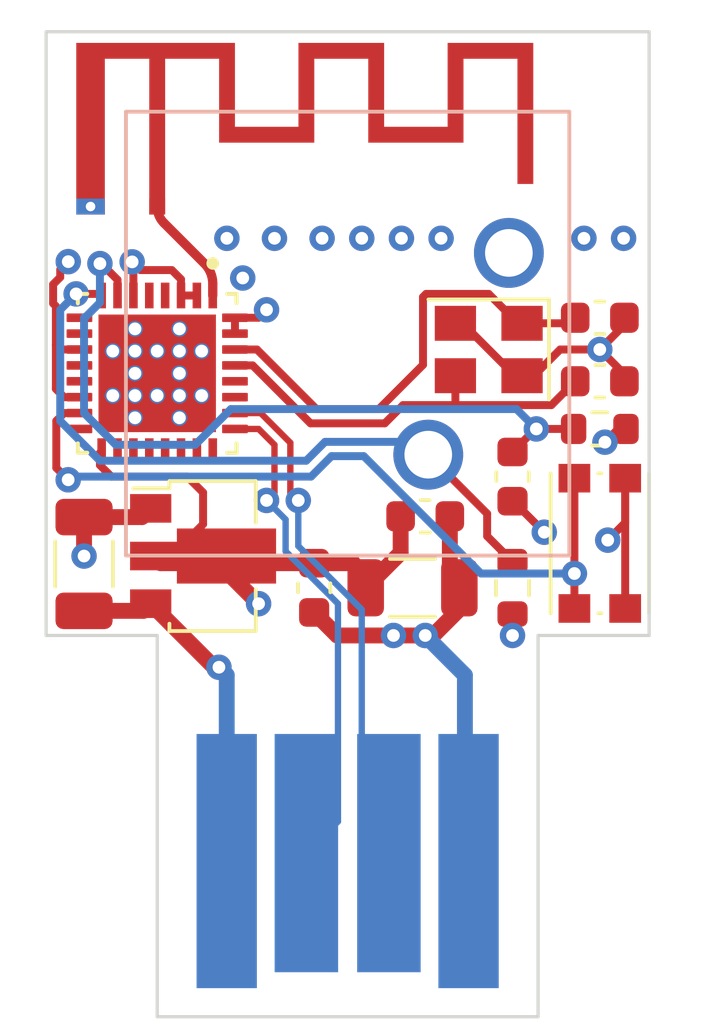
<source format=kicad_pcb>
(kicad_pcb (version 20211014) (generator pcbnew)
  (layers (0 "F.Cu" signal) (1 "In1.Cu" signal) (2 "In2.Cu" signal) (31 "B.Cu" signal) (34 "B.Paste" user) (35 "F.Paste" user) (36 "B.SilkS" user "B.Silkscreen") (37 "F.SilkS" user "F.Silkscreen") (38 "B.Mask" user) (39 "F.Mask" user) (44 "Edge.Cuts" user))
  (net 0 "")
  (net 1 "Earth")
  (net 2 "/ANT")
  (net 3 "Net-(C1-Pad2)")
  (net 4 "Net-(C2-Pad1)")
  (net 5 "+3V3")
  (net 6 "+5V")
  (net 7 "/USB_D+")
  (net 8 "/USB_D-")
  (net 9 "/BTN")
  (net 10 "Net-(C3-Pad1)")
  (net 26 "Net-(SW3-Pad1)")
  (footprint "Capacitor_SMD:C_0603_1608Metric" (layer "F.Cu") (at 101.25 84.5 -90)
    (fp_text reference "C3" hide)
    (fp_text value "100n")
    (fp_line (start -0.14058 -0.51) (end 0.14058 -0.51) (layer "F.SilkS") (width 0.12))
    (fp_line (start -0.14058 0.51) (end 0.14058 0.51) (layer "F.SilkS") (width 0.12))
    (pad "1" smd roundrect locked (at -0.775 0 270) (size 0.9 0.95) (layers "F.Cu" "F.Paste" "F.Mask") (net 10 "Net-(C3-Pad1)"))
    (pad "2" smd roundrect locked (at 0.775 0 270) (size 0.9 0.95) (layers "F.Cu" "F.Paste" "F.Mask") (net 1 "Earth"))
  )
  (footprint "Capacitor_SMD:C_0603_1608Metric" (layer "F.Cu") (at 95 88 -90)
    (fp_text reference "C4" hide)
    (fp_text value "100n")
    (fp_line (start -0.14058 0.51) (end 0.14058 0.51) (layer "F.SilkS") (width 0.12))
    (fp_line (start -0.14058 -0.51) (end 0.14058 -0.51) (layer "F.SilkS") (width 0.12))
    (pad "1" smd roundrect locked (at -0.775 0 270) (size 0.9 0.95) (layers "F.Cu" "F.Paste" "F.Mask") (net 5 "+3V3"))
    (pad "2" smd roundrect locked (at 0.775 0 270) (size 0.9 0.95) (layers "F.Cu" "F.Paste" "F.Mask") (net 1 "Earth"))
  )
  (footprint "Capacitor_SMD:C_0603_1608Metric" (layer "F.Cu") (at 98.5 85.75)
    (fp_text reference "C5" hide)
    (fp_text value "1uF")
    (fp_line (start -0.14058 0.51) (end 0.14058 0.51) (layer "F.SilkS") (width 0.12))
    (fp_line (start -0.14058 -0.51) (end 0.14058 -0.51) (layer "F.SilkS") (width 0.12))
    (pad "1" smd roundrect locked (at -0.775 0) (size 0.9 0.95) (layers "F.Cu" "F.Paste" "F.Mask") (net 5 "+3V3"))
    (pad "2" smd roundrect locked (at 0.775 0) (size 0.9 0.95) (layers "F.Cu" "F.Paste" "F.Mask") (net 1 "Earth"))
  )
  (footprint "Capacitor_SMD:C_1206_3216Metric" (layer "F.Cu") (at 98.1 88)
    (fp_text reference "C8" hide)
    (fp_text value "10uF")
    (fp_line (start -0.711252 0.91) (end 0.711252 0.91) (layer "F.SilkS") (width 0.12))
    (fp_line (start -0.711252 -0.91) (end 0.711252 -0.91) (layer "F.SilkS") (width 0.12))
    (pad "1" smd roundrect locked (at -1.475 0) (size 1.15 1.8) (layers "F.Cu" "F.Paste" "F.Mask") (roundrect_rratio 0.217391) (net 5 "+3V3"))
    (pad "2" smd roundrect locked (at 1.475 0) (size 1.15 1.8) (layers "F.Cu" "F.Paste" "F.Mask") (roundrect_rratio 0.217391) (net 1 "Earth"))
  )
  (footprint "Capacitor_SMD:C_0603_1608Metric" (layer "F.Cu") (at 104 81.5)
    (fp_text reference "C2" hide)
    (fp_text value "10pF")
    (fp_line (start -0.14058 -0.51) (end 0.14058 -0.51) (layer "F.SilkS") (width 0.12))
    (fp_line (start -0.14058 0.51) (end 0.14058 0.51) (layer "F.SilkS") (width 0.12))
    (pad "1" smd roundrect locked (at -0.775 0) (size 0.9 0.95) (layers "F.Cu" "F.Paste" "F.Mask") (net 4 "Net-(C2-Pad1)"))
    (pad "2" smd roundrect locked (at 0.775 0) (size 0.9 0.95) (layers "F.Cu" "F.Paste" "F.Mask") (net 1 "Earth"))
  )
  (footprint "Capacitor_SMD:C_1206_3216Metric" (layer "F.Cu") (at 87.75 87.25 90)
    (fp_text reference "C7" hide)
    (fp_text value "10uF")
    (fp_line (start -0.711252 0.91) (end 0.711252 0.91) (layer "F.SilkS") (width 0.12))
    (fp_line (start -0.711252 -0.91) (end 0.711252 -0.91) (layer "F.SilkS") (width 0.12))
    (pad "1" smd roundrect locked (at -1.475 0 90) (size 1.15 1.8) (layers "F.Cu" "F.Paste" "F.Mask") (roundrect_rratio 0.217391) (net 6 "+5V"))
    (pad "2" smd roundrect locked (at 1.475 0 90) (size 1.15 1.8) (layers "F.Cu" "F.Paste" "F.Mask") (roundrect_rratio 0.217391) (net 1 "Earth"))
  )
  (footprint "Capacitor_SMD:C_0603_1608Metric" (layer "F.Cu") (at 104 79.5 180)
    (fp_text reference "C1" hide)
    (fp_text value "10pF")
    (fp_line (start -0.14058 0.51) (end 0.14058 0.51) (layer "F.SilkS") (width 0.12))
    (fp_line (start -0.14058 -0.51) (end 0.14058 -0.51) (layer "F.SilkS") (width 0.12))
    (pad "1" smd roundrect locked (at -0.775 0 180) (size 0.9 0.95) (layers "F.Cu" "F.Paste" "F.Mask") (net 1 "Earth"))
    (pad "2" smd roundrect locked (at 0.775 0 180) (size 0.9 0.95) (layers "F.Cu" "F.Paste" "F.Mask") (net 3 "Net-(C1-Pad2)"))
  )
  (footprint "Button_Switch_SMD:SW_Push_1P1T_NO_CK_KMR2" (layer "F.Cu") (at 104 86.6 90)
    (fp_text reference "SW3" hide)
    (fp_text value "SW_Push")
    (fp_line (start 2.2 -1.55) (end -2.2 -1.55) (layer "F.SilkS") (width 0.12))
    (fp_line (start 2.2 0.05) (end 2.2 -0.05) (layer "F.SilkS") (width 0.12))
    (fp_line (start -2.2 0.05) (end -2.2 -0.05) (layer "F.SilkS") (width 0.12))
    (fp_line (start -2.2 1.55) (end 2.2 1.55) (layer "F.SilkS") (width 0.12))
    (pad "1" smd rect locked (at -2.05 -0.8 90) (size 0.9 1) (layers "F.Cu" "F.Paste" "F.Mask") (net 26 "Net-(SW3-Pad1)"))
    (pad "1" smd rect locked (at 2.05 -0.8 90) (size 0.9 1) (layers "F.Cu" "F.Paste" "F.Mask") (net 26 "Net-(SW3-Pad1)"))
    (pad "2" smd rect locked (at 2.05 0.8 90) (size 0.9 1) (layers "F.Cu" "F.Paste" "F.Mask") (net 1 "Earth"))
    (pad "2" smd rect locked (at -2.05 0.8 90) (size 0.9 1) (layers "F.Cu" "F.Paste" "F.Mask") (net 1 "Earth"))
  )
  (footprint "ESP32-C3FH4:QFN50P500X500X90-33N" (layer "F.Cu") (at 90.055 81.25 -90)
    (fp_text reference "U1" hide)
    (fp_text value "ESP32-C3FH4")
    (fp_line (start -2.5 2.5) (end -2.205 2.5) (layer "F.SilkS") (width 0.127))
    (fp_line (start -2.5 -2.5) (end -2.205 -2.5) (layer "F.SilkS") (width 0.127))
    (fp_line (start 2.5 -2.5) (end 2.205 -2.5) (layer "F.SilkS") (width 0.127))
    (fp_line (start -2.5 -2.5) (end -2.5 -2.205) (layer "F.SilkS") (width 0.127))
    (fp_line (start -2.5 2.5) (end -2.5 2.205) (layer "F.SilkS") (width 0.127))
    (fp_line (start 2.5 -2.5) (end 2.5 -2.205) (layer "F.SilkS") (width 0.127))
    (fp_line (start 2.5 2.5) (end 2.205 2.5) (layer "F.SilkS") (width 0.127))
    (fp_line (start 2.5 2.5) (end 2.5 2.205) (layer "F.SilkS") (width 0.127))
    (fp_circle (center -3.46 -1.75) (end -3.36 -1.75) (layer "F.SilkS") (width 0.2) (fill none))
    (pad "1" smd roundrect locked (at -2.45 -1.75 270) (size 0.81 0.27) (layers "F.Cu" "F.Paste" "F.Mask") (roundrect_rratio 0.03) (net 2 "/ANT"))
    (pad "2" smd roundrect locked (at -2.45 -1.25 270) (size 0.81 0.27) (layers "F.Cu" "F.Paste" "F.Mask") (roundrect_rratio 0.03) (net 5 "+3V3"))
    (pad "3" smd roundrect locked (at -2.45 -0.75 270) (size 0.81 0.27) (layers "F.Cu" "F.Paste" "F.Mask") (roundrect_rratio 0.03) (net 5 "+3V3"))
    (pad "4" smd roundrect locked (at -2.45 -0.25 270) (size 0.81 0.27) (layers "F.Cu" "F.Paste" "F.Mask") (roundrect_rratio 0.03))
    (pad "5" smd roundrect locked (at -2.45 0.25 270) (size 0.81 0.27) (layers "F.Cu" "F.Paste" "F.Mask") (roundrect_rratio 0.03))
    (pad "6" smd roundrect locked (at -2.45 0.75 270) (size 0.81 0.27) (layers "F.Cu" "F.Paste" "F.Mask") (roundrect_rratio 0.03) (net 5 "+3V3"))
    (pad "7" smd roundrect locked (at -2.45 1.25 270) (size 0.81 0.27) (layers "F.Cu" "F.Paste" "F.Mask") (roundrect_rratio 0.03) (net 10 "Net-(C3-Pad1)"))
    (pad "8" smd roundrect locked (at -2.45 1.75 270) (size 0.81 0.27) (layers "F.Cu" "F.Paste" "F.Mask") (roundrect_rratio 0.03) (net 9 "/BTN"))
    (pad "9" smd roundrect locked (at -1.75 2.45 270) (size 0.27 0.81) (layers "F.Cu" "F.Paste" "F.Mask") (roundrect_rratio 0.1))
    (pad "10" smd roundrect locked (at -1.25 2.45 270) (size 0.27 0.81) (layers "F.Cu" "F.Paste" "F.Mask") (roundrect_rratio 0.1))
    (pad "11" smd roundrect locked (at -0.75 2.45 270) (size 0.27 0.81) (layers "F.Cu" "F.Paste" "F.Mask") (roundrect_rratio 0.1) (net 5 "+3V3"))
    (pad "12" smd roundrect locked (at -0.25 2.45 270) (size 0.27 0.81) (layers "F.Cu" "F.Paste" "F.Mask") (roundrect_rratio 0.1))
    (pad "13" smd roundrect locked (at 0.25 2.45 270) (size 0.27 0.81) (layers "F.Cu" "F.Paste" "F.Mask") (roundrect_rratio 0.1))
    (pad "14" smd roundrect locked (at 0.75 2.45 270) (size 0.27 0.81) (layers "F.Cu" "F.Paste" "F.Mask") (roundrect_rratio 0.1) (net 5 "+3V3"))
    (pad "15" smd roundrect locked (at 1.25 2.45 270) (size 0.27 0.81) (layers "F.Cu" "F.Paste" "F.Mask") (roundrect_rratio 0.1) (net 26 "Net-(SW3-Pad1)"))
    (pad "16" smd roundrect locked (at 1.75 2.45 270) (size 0.27 0.81) (layers "F.Cu" "F.Paste" "F.Mask") (roundrect_rratio 0.1))
    (pad "17" smd roundrect locked (at 2.45 1.75 270) (size 0.81 0.27) (layers "F.Cu" "F.Paste" "F.Mask") (roundrect_rratio 0.03) (net 5 "+3V3"))
    (pad "18" smd roundrect locked (at 2.45 1.25 270) (size 0.81 0.27) (layers "F.Cu" "F.Paste" "F.Mask") (roundrect_rratio 0.03))
    (pad "19" smd roundrect locked (at 2.45 0.75 270) (size 0.81 0.27) (layers "F.Cu" "F.Paste" "F.Mask") (roundrect_rratio 0.03))
    (pad "20" smd roundrect locked (at 2.45 0.25 270) (size 0.81 0.27) (layers "F.Cu" "F.Paste" "F.Mask") (roundrect_rratio 0.03))
    (pad "21" smd roundrect locked (at 2.45 -0.25 270) (size 0.81 0.27) (layers "F.Cu" "F.Paste" "F.Mask") (roundrect_rratio 0.03))
    (pad "22" smd roundrect locked (at 2.45 -0.75 270) (size 0.81 0.27) (layers "F.Cu" "F.Paste" "F.Mask") (roundrect_rratio 0.03))
    (pad "23" smd roundrect locked (at 2.45 -1.25 270) (size 0.81 0.27) (layers "F.Cu" "F.Paste" "F.Mask") (roundrect_rratio 0.03))
    (pad "24" smd roundrect locked (at 2.45 -1.75 270) (size 0.81 0.27) (layers "F.Cu" "F.Paste" "F.Mask") (roundrect_rratio 0.03))
    (pad "25" smd roundrect locked (at 1.75 -2.45 270) (size 0.27 0.81) (layers "F.Cu" "F.Paste" "F.Mask") (roundrect_rratio 0.1) (net 8 "/USB_D-"))
    (pad "26" smd roundrect locked (at 1.25 -2.45 270) (size 0.27 0.81) (layers "F.Cu" "F.Paste" "F.Mask") (roundrect_rratio 0.1) (net 7 "/USB_D+"))
    (pad "27" smd roundrect locked (at 0.75 -2.45 270) (size 0.27 0.81) (layers "F.Cu" "F.Paste" "F.Mask") (roundrect_rratio 0.1))
    (pad "28" smd roundrect locked (at 0.25 -2.45 270) (size 0.27 0.81) (layers "F.Cu" "F.Paste" "F.Mask") (roundrect_rratio 0.1))
    (pad "29" smd roundrect locked (at -0.25 -2.45 270) (size 0.27 0.81) (layers "F.Cu" "F.Paste" "F.Mask") (roundrect_rratio 0.1) (net 4 "Net-(C2-Pad1)"))
    (pad "30" smd roundrect locked (at -0.75 -2.45 270) (size 0.27 0.81) (layers "F.Cu" "F.Paste" "F.Mask") (roundrect_rratio 0.1) (net 3 "Net-(C1-Pad2)"))
    (pad "31" smd roundrect locked (at -1.25 -2.45 270) (size 0.27 0.81) (layers "F.Cu" "F.Paste" "F.Mask") (roundrect_rratio 0.1) (net 5 "+3V3"))
    (pad "32" smd roundrect locked (at -1.75 -2.45 270) (size 0.27 0.81) (layers "F.Cu" "F.Paste" "F.Mask") (roundrect_rratio 0.1) (net 5 "+3V3"))
    (pad "33" smd rect locked (at 0 0 270) (size 3.7 3.7) (layers "F.Cu" "F.Mask") (net 1 "Earth"))
    (pad "34" thru_hole circle locked (at -0.7 -1.4 270) (size 0.5 0.5) (drill 0.4) (layers *.Cu) (net 1 "Earth"))
    (pad "35" thru_hole circle locked (at 0.7 -1.4 270) (size 0.5 0.5) (drill 0.4) (layers *.Cu) (net 1 "Earth"))
    (pad "36" thru_hole circle locked (at -1.4 -0.7 270) (size 0.5 0.5) (drill 0.4) (layers *.Cu) (net 1 "Earth"))
    (pad "37" thru_hole circle locked (at -0.7 -0.7 270) (size 0.5 0.5) (drill 0.4) (layers *.Cu) (net 1 "Earth"))
    (pad "38" thru_hole circle locked (at 0 -0.7 270) (size 0.5 0.5) (drill 0.4) (layers *.Cu) (net 1 "Earth"))
    (pad "39" thru_hole circle locked (at 0.7 -0.7 270) (size 0.5 0.5) (drill 0.4) (layers *.Cu) (net 1 "Earth"))
    (pad "40" thru_hole circle locked (at 1.4 -0.7 270) (size 0.5 0.5) (drill 0.4) (layers *.Cu) (net 1 "Earth"))
    (pad "41" thru_hole circle locked (at -0.7 0 270) (size 0.5 0.5) (drill 0.4) (layers *.Cu) (net 1 "Earth"))
    (pad "42" thru_hole circle locked (at 0.7 0 270) (size 0.5 0.5) (drill 0.4) (layers *.Cu) (net 1 "Earth"))
    (pad "43" thru_hole circle locked (at -1.4 0.7 270) (size 0.5 0.5) (drill 0.4) (layers *.Cu) (net 1 "Earth"))
    (pad "44" thru_hole circle locked (at -0.7 0.7 270) (size 0.5 0.5) (drill 0.4) (layers *.Cu) (net 1 "Earth"))
    (pad "45" thru_hole circle locked (at 0 0.7 270) (size 0.5 0.5) (drill 0.4) (layers *.Cu) (net 1 "Earth"))
    (pad "46" thru_hole circle locked (at 0.7 0.7 270) (size 0.5 0.5) (drill 0.4) (layers *.Cu) (net 1 "Earth"))
    (pad "47" thru_hole circle locked (at 1.4 0.7 270) (size 0.5 0.5) (drill 0.4) (layers *.Cu) (net 1 "Earth"))
    (pad "48" thru_hole circle locked (at -0.7 1.4 270) (size 0.5 0.5) (drill 0.4) (layers *.Cu) (net 1 "Earth"))
    (pad "49" thru_hole circle locked (at 0.7 1.4 270) (size 0.5 0.5) (drill 0.4) (layers *.Cu) (net 1 "Earth"))
  )
  (footprint "Resistor_SMD:R_0603_1608Metric" (layer "F.Cu") (at 101.25 88 90)
    (fp_text reference "R2" hide)
    (fp_text value "1k")
    (fp_line (start -0.237258 0.5225) (end 0.237258 0.5225) (layer "F.SilkS") (width 0.12))
    (fp_line (start -0.237258 -0.5225) (end 0.237258 -0.5225) (layer "F.SilkS") (width 0.12))
    (pad "1" smd roundrect locked (at -0.825 0 90) (size 0.8 0.95) (layers "F.Cu" "F.Paste" "F.Mask") (net 5 "+3V3"))
    (pad "2" smd roundrect locked (at 0.825 0 90) (size 0.8 0.95) (layers "F.Cu" "F.Paste" "F.Mask") (net 9 "/BTN"))
  )
  (footprint "RF_Antenna:Texas_SWRA117D_2.4GHz_Right" (layer "F.Cu") (at 90.055 76)
    (fp_text reference "AE1" hide)
    (fp_text value "Antenna")
    (fp_poly (pts (xy 2.45 -2.51) (xy 4.45 -2.51) (xy 4.45 -5.15) (xy 7.15 -5.15) (xy 7.15 -2.51) (xy 9.15 -2.51) (xy 9.15 -5.15) (xy 11.85 -5.15) (xy 11.85 -0.71) (xy 11.35 -0.71) (xy 11.35 -4.65) (xy 9.65 -4.65) (xy 9.65 -2.01) (xy 6.65 -2.01) (xy 6.65 -4.65) (xy 4.95 -4.65) (xy 4.95 -2.01) (xy 1.95 -2.01) (xy 1.95 -4.65) (xy 0.25 -4.65) (xy 0.25 0.25) (xy -0.25 0.25) (xy -0.25 -4.65) (xy -1.65 -4.65) (xy -1.65 0.25) (xy -2.55 0.25) (xy -2.55 0.006785) (xy -2.247583 0.006785) (xy -2.237742 0.054395) (xy -2.213674 0.096797) (xy -2.175731 0.129581) (xy -2.167819 0.133935) (xy -2.125156 0.146043) (xy -2.076637 0.1453) (xy -2.031122 0.1324) (xy -2.012511 0.121787) (xy -1.978868 0.086553) (xy -1.958309 0.041368) (xy -1.951778 -0.008158) (xy -1.960218 -0.056417) (xy -1.977112 -0.088643) (xy -2.012372 -0.121313) (xy -2.057682 -0.141408) (xy -2.107267 -0.147982) (xy -2.155353 -0.140092) (xy -2.188245 -0.123186) (xy -2.223185 -0.086416) (xy -2.242847 -0.041622) (xy -2.247583 0.006785) (xy -2.55 0.006785) (xy -2.55 -5.15) (xy 2.45 -5.15) (xy 2.45 -2.51)) (layer "F.Cu") (width 0) (fill solid))
    (pad "1" connect rect locked (at 0 0) (size 0.5 0.5) (layers "F.Cu") (net 2 "/ANT"))
    (pad "2" thru_hole rect locked (at -2.1 0) (size 0.9 0.5) (drill 0.3) (layers *.Cu) (net 1 "Earth"))
  )
  (footprint "Resistor_SMD:R_0603_1608Metric" (layer "F.Cu") (at 104 83 180)
    (fp_text reference "R1" hide)
    (fp_text value "1k")
    (fp_line (start -0.237258 -0.5225) (end 0.237258 -0.5225) (layer "F.SilkS") (width 0.12))
    (fp_line (start -0.237258 0.5225) (end 0.237258 0.5225) (layer "F.SilkS") (width 0.12))
    (pad "1" smd roundrect locked (at -0.825 0 180) (size 0.8 0.95) (layers "F.Cu" "F.Paste" "F.Mask") (net 5 "+3V3"))
    (pad "2" smd roundrect locked (at 0.825 0 180) (size 0.8 0.95) (layers "F.Cu" "F.Paste" "F.Mask") (net 10 "Net-(C3-Pad1)"))
  )
  (footprint "Oscillator:Oscillator_SMD_Abracon_ASE-4Pin_3.2x2.5mm" (layer "F.Cu") (at 100.5 80.5 180)
    (fp_text reference "Y1" hide)
    (fp_text value "Crystal_GND24")
    (fp_line (start -1.9 -1.575) (end -1.9 1.575) (layer "F.SilkS") (width 0.12))
    (fp_line (start -1.9 1.575) (end 1.9 1.575) (layer "F.SilkS") (width 0.12))
    (pad "1" smd rect locked (at -1.05 0.825 180) (size 1.3 1.1) (layers "F.Cu" "F.Paste" "F.Mask") (net 3 "Net-(C1-Pad2)"))
    (pad "2" smd rect locked (at 1.05 0.825 180) (size 1.3 1.1) (layers "F.Cu" "F.Paste" "F.Mask") (net 1 "Earth"))
    (pad "3" smd rect locked (at 1.05 -0.825 180) (size 1.3 1.1) (layers "F.Cu" "F.Paste" "F.Mask") (net 4 "Net-(C2-Pad1)"))
    (pad "4" smd rect locked (at -1.05 -0.825 180) (size 1.3 1.1) (layers "F.Cu" "F.Paste" "F.Mask") (net 1 "Earth"))
  )
  (footprint "Package_TO_SOT_SMD:SOT-89-3" (layer "F.Cu") (at 91.5 87)
    (fp_text reference "U2" hide)
    (fp_text value "LM1117-3.3")
    (fp_line (start 1.66 -2.36) (end 1.66 -1.05) (layer "F.SilkS") (width 0.12))
    (fp_line (start -1.06 2.36) (end -1.06 2.13) (layer "F.SilkS") (width 0.12))
    (fp_line (start -1.06 -2.36) (end -1.06 -2.13) (layer "F.SilkS") (width 0.12))
    (fp_line (start 1.66 2.36) (end -1.06 2.36) (layer "F.SilkS") (width 0.12))
    (fp_line (start -2.2 -2.13) (end -1.06 -2.13) (layer "F.SilkS") (width 0.12))
    (fp_line (start -1.06 -2.36) (end 1.66 -2.36) (layer "F.SilkS") (width 0.12))
    (fp_line (start 1.66 1.05) (end 1.66 2.36) (layer "F.SilkS") (width 0.12))
    (pad "1" smd rect locked (at -1.65 -1.5) (size 1.3 0.9) (layers "F.Cu" "F.Paste" "F.Mask") (net 1 "Earth"))
    (pad "2" smd custom locked (at -1.5625 0) (size 1.475 0.9) (layers "F.Cu" "F.Paste" "F.Mask") (net 5 "+3V3") (options (clearance outline) (anchor rect)) (primitives (gr_poly (pts (xy 3.8625 0.8665) (xy 0.7375 0.8665) (xy 0.7375 -0.8665) (xy 3.8625 -0.8665)) (width 0) (fill yes))))
    (pad "3" smd rect locked (at -1.65 1.5) (size 1.3 0.9) (layers "F.Cu" "F.Paste" "F.Mask") (net 6 "+5V"))
  )
  (footprint "RP2040_minimal:CONN-USB-A-PCB-TRACES" (layer "B.Cu") (at 96.055 101.5 180)
    (fp_text reference "J1" hide)
    (fp_text value "USB_A" hide)
    (pad "1" connect rect locked (at 3.81 4.9 180) (size 1.9 8) (layers "B.Cu" "B.Mask") (net 6 "+5V"))
    (pad "2" connect rect locked (at 1.3 5.15 180) (size 2 7.5) (layers "B.Cu" "B.Mask") (net 8 "/USB_D-"))
    (pad "3" connect rect locked (at -1.3 5.15 180) (size 2 7.5) (layers "B.Cu" "B.Mask") (net 7 "/USB_D+"))
    (pad "4" connect rect locked (at -3.81 4.9 180) (size 1.9 8) (layers "B.Cu" "B.Mask") (net 1 "Earth"))
  )
  (footprint "Button_Switch_Keyboard:SW_Cherry_MX_1.00u_PCB" (layer "B.Cu") (at 101.135 77.46 90)
    (fp_text reference "SW1" hide)
    (fp_text value "SW_Push")
    (fp_line (start 4.445 -12.065) (end -9.525 -12.065) (layer "B.SilkS") (width 0.12))
    (fp_line (start 4.445 1.905) (end 4.445 -12.065) (layer "B.SilkS") (width 0.12))
    (fp_line (start -9.525 -12.065) (end -9.525 1.905) (layer "B.SilkS") (width 0.12))
    (fp_line (start -9.525 1.905) (end 4.445 1.905) (layer "B.SilkS") (width 0.12))
    (pad "" np_thru_hole circle locked (at -2.54 -5.08 90) (size 4 4) (drill 4) (layers *.Cu *.Mask))
    (pad "" np_thru_hole circle locked (at -7.62 -5.08 90) (size 1.7 1.7) (drill 1.7) (layers *.Cu *.Mask))
    (pad "" np_thru_hole circle locked (at 2.54 -5.08 90) (size 1.7 1.7) (drill 1.7) (layers *.Cu *.Mask))
    (pad "1" thru_hole circle locked (at 0 0 90) (size 2.2 2.2) (drill 1.5) (layers *.Cu *.Mask) (net 1 "Earth"))
    (pad "2" thru_hole circle locked (at -6.35 -2.54 90) (size 2.2 2.2) (drill 1.5) (layers *.Cu *.Mask) (net 9 "/BTN"))
  )
  (gr_line (start 102.055 89.5) (end 105.555 89.5) (layer "Edge.Cuts") (width 0.1))
  (gr_line (start 90.055 101.5) (end 102.055 101.5) (layer "Edge.Cuts") (width 0.1))
  (gr_line (start 90.055 89.5) (end 90.055 101.5) (layer "Edge.Cuts") (width 0.1))
  (gr_line (start 102.055 101.5) (end 102.055 89.5) (layer "Edge.Cuts") (width 0.1))
  (gr_line (start 105.555 89.5) (end 105.555 70.5) (layer "Edge.Cuts") (width 0.1))
  (gr_line (start 105.555 70.5) (end 86.555 70.5) (layer "Edge.Cuts") (width 0.1))
  (gr_line (start 86.555 70.5) (end 86.555 89.5) (layer "Edge.Cuts") (width 0.1))
  (gr_line (start 86.555 89.5) (end 90.055 89.5) (layer "Edge.Cuts") (width 0.1))
  (segment (start 98.75 89.5) (end 99.575 88.675) (width 0.5) (layer "F.Cu") (net 1))
  (segment (start 101.25 85.275) (end 101.275 85.275) (width 0.25) (layer "F.Cu") (net 1))
  (segment (start 101.925 81.325) (end 102.75 80.5) (width 0.25) (layer "F.Cu") (net 1))
  (segment (start 104.775 79.5) (end 104.775 79.725) (width 0.25) (layer "F.Cu") (net 1))
  (segment (start 104.775 79.725) (end 104 80.5) (width 0.25) (layer "F.Cu") (net 1))
  (segment (start 104.8 85.95) (end 104.8 84.55) (width 0.25) (layer "F.Cu") (net 1))
  (segment (start 101.55 81.325) (end 101.925 81.325) (width 0.25) (layer "F.Cu") (net 1))
  (segment (start 97.5 89.5) (end 98.75 89.5) (width 0.5) (layer "F.Cu") (net 1))
  (segment (start 104.8 88.65) (end 104.8 84.55) (width 0.25) (layer "F.Cu") (net 1))
  (segment (start 99.45 79.675) (end 99.675 79.675) (width 0.25) (layer "F.Cu") (net 1))
  (segment (start 99.675 79.675) (end 101.325 81.325) (width 0.25) (layer "F.Cu") (net 1))
  (segment (start 104.775 81.5) (end 104.775 81.275) (width 0.25) (layer "F.Cu") (net 1))
  (segment (start 98.5 89.5) (end 98.75 89.5) (width 0.5) (layer "F.Cu") (net 1))
  (segment (start 95 88.775) (end 95.725 89.5) (width 0.5) (layer "F.Cu") (net 1))
  (segment (start 95.725 89.5) (end 97.5 89.5) (width 0.5) (layer "F.Cu") (net 1))
  (segment (start 101.325 81.325) (end 101.55 81.325) (width 0.25) (layer "F.Cu") (net 1))
  (segment (start 87.75 85.775) (end 89.575 85.775) (width 0.5) (layer "F.Cu") (net 1))
  (segment (start 99.575 88.675) (end 99.575 88) (width 0.5) (layer "F.Cu") (net 1))
  (segment (start 99.275 85.75) (end 99.275 87.7) (width 0.5) (layer "F.Cu") (net 1))
  (segment (start 99.275 87.7) (end 99.575 88) (width 0.5) (layer "F.Cu") (net 1))
  (segment (start 101.275 85.275) (end 102.25 86.25) (width 0.25) (layer "F.Cu") (net 1))
  (segment (start 104.25 86.5) (end 104.8 85.95) (width 0.25) (layer "F.Cu") (net 1))
  (segment (start 104.775 81.275) (end 104 80.5) (width 0.25) (layer "F.Cu") (net 1))
  (segment (start 102.75 80.5) (end 104 80.5) (width 0.25) (layer "F.Cu") (net 1))
  (segment (start 89.575 85.775) (end 89.85 85.5) (width 0.5) (layer "F.Cu") (net 1))
  (segment (start 87.75 85.775) (end 87.75 87) (width 0.5) (layer "F.Cu") (net 1))
  (via (at 103.5 77) (size 0.8) (drill 0.4) (layers "F.Cu" "B.Cu") (net 1))
  (via (at 95.25 77) (size 0.8) (drill 0.4) (layers "F.Cu" "B.Cu") (net 1))
  (via (at 104.25 86.5) (size 0.8) (drill 0.4) (layers "F.Cu" "B.Cu") (net 1))
  (via (at 104 80.5) (size 0.8) (drill 0.4) (layers "F.Cu" "B.Cu") (net 1))
  (via (at 99 77) (size 0.8) (drill 0.4) (layers "F.Cu" "B.Cu") (net 1))
  (via (at 96.5 77) (size 0.8) (drill 0.4) (layers "F.Cu" "B.Cu") (net 1))
  (via (at 87.75 87) (size 0.8) (drill 0.4) (layers "F.Cu" "B.Cu") (net 1))
  (via (at 92.25 77) (size 0.8) (drill 0.4) (layers "F.Cu" "B.Cu") (net 1))
  (via (at 102.25 86.25) (size 0.8) (drill 0.4) (layers "F.Cu" "B.Cu") (net 1))
  (via (at 93.75 77) (size 0.8) (drill 0.4) (layers "F.Cu" "B.Cu") (net 1))
  (via (at 92.75 78.25) (size 0.8) (drill 0.4) (layers "F.Cu" "B.Cu") (net 1))
  (via (at 97.5 89.5) (size 0.8) (drill 0.4) (layers "F.Cu" "B.Cu") (net 1))
  (via (at 104.75 77) (size 0.8) (drill 0.4) (layers "F.Cu" "B.Cu") (net 1))
  (via (at 98.5 89.5) (size 0.8) (drill 0.4) (layers "F.Cu" "B.Cu") (net 1))
  (via (at 97.75 77) (size 0.8) (drill 0.4) (layers "F.Cu" "B.Cu") (net 1))
  (segment (start 99.75 90.75) (end 99.75 96.485) (width 0.5) (layer "B.Cu") (net 1))
  (segment (start 98.5 89.5) (end 99.75 90.75) (width 0.5) (layer "B.Cu") (net 1))
  (segment (start 99.75 96.485) (end 99.865 96.6) (width 0.5) (layer "B.Cu") (net 1))
  (segment (start 90.270673 76.520673) (end 91.541602 77.791602) (width 0.29337) (layer "F.Cu") (net 2))
  (segment (start 91.805 78.4275) (end 91.805 78.8) (width 0.29337) (layer "F.Cu") (net 2))
  (arc (start 90.055 76) (mid 90.111052 76.281783) (end 90.270673 76.520673) (width 0.29337) (layer "F.Cu") (net 2))
  (arc (start 91.541602 77.791602) (mid 91.736545 78.083354) (end 91.805 78.4275) (width 0.29337) (layer "F.Cu") (net 2))
  (segment (start 93.196919 80.5) (end 95.07144 82.374521) (width 0.25) (layer "F.Cu") (net 3))
  (segment (start 100.5 78.75) (end 101.425 79.675) (width 0.25) (layer "F.Cu") (net 3))
  (segment (start 98.429521 78.846457) (end 98.525978 78.75) (width 0.25) (layer "F.Cu") (net 3))
  (segment (start 98.429521 80.98356) (end 98.429521 78.846457) (width 0.25) (layer "F.Cu") (net 3))
  (segment (start 97.03856 82.374521) (end 98.429521 80.98356) (width 0.25) (layer "F.Cu") (net 3))
  (segment (start 98.525978 78.75) (end 100.5 78.75) (width 0.25) (layer "F.Cu") (net 3))
  (segment (start 103.05 79.675) (end 103.225 79.5) (width 0.25) (layer "F.Cu") (net 3))
  (segment (start 95.07144 82.374521) (end 97.03856 82.374521) (width 0.25) (layer "F.Cu") (net 3))
  (segment (start 101.425 79.675) (end 101.55 79.675) (width 0.25) (layer "F.Cu") (net 3))
  (segment (start 101.55 79.675) (end 103.05 79.675) (width 0.25) (layer "F.Cu") (net 3))
  (segment (start 92.505 80.5) (end 93.196919 80.5) (width 0.25) (layer "F.Cu") (net 3))
  (segment (start 94.885242 82.824041) (end 97.224758 82.824041) (width 0.25) (layer "F.Cu") (net 4))
  (segment (start 102.47548 82.24952) (end 103.225 81.5) (width 0.25) (layer "F.Cu") (net 4))
  (segment (start 93.061201 81) (end 94.885242 82.824041) (width 0.25) (layer "F.Cu") (net 4))
  (segment (start 99.50048 82.24952) (end 102.47548 82.24952) (width 0.25) (layer "F.Cu") (net 4))
  (segment (start 92.505 81) (end 93.061201 81) (width 0.25) (layer "F.Cu") (net 4))
  (segment (start 97.224758 82.824041) (end 97.799279 82.24952) (width 0.25) (layer "F.Cu") (net 4))
  (segment (start 97.799279 82.24952) (end 99.50048 82.24952) (width 0.25) (layer "F.Cu") (net 4))
  (segment (start 99.45 82.19904) (end 99.45 81.325) (width 0.25) (layer "F.Cu") (net 4))
  (segment (start 99.50048 82.24952) (end 99.45 82.19904) (width 0.25) (layer "F.Cu") (net 4))
  (segment (start 90.51548 78) (end 90.805 78.28952) (width 0.25) (layer "F.Cu") (net 5))
  (segment (start 91.305 78.8) (end 90.805 78.8) (width 0.25) (layer "F.Cu") (net 5))
  (segment (start 87 78.225386) (end 87 77.987306) (width 0.25) (layer "F.Cu") (net 5))
  (segment (start 97.725 85.75) (end 97.725 86.9) (width 0.5) (layer "F.Cu") (net 5))
  (segment (start 97.725 86.9) (end 96.625 88) (width 0.5) (layer "F.Cu") (net 5))
  (segment (start 91.75 87) (end 89.9375 87) (width 0.5) (layer "F.Cu") (net 5))
  (segment (start 101.25 88.825) (end 101.25 89.5) (width 0.25) (layer "F.Cu") (net 5))
  (segment (start 86.862693 79.137307) (end 86.775489 79.050103) (width 0.25) (layer "F.Cu") (net 5))
  (segment (start 96.625 87.625) (end 96.225 87.225) (width 0.5) (layer "F.Cu") (net 5))
  (segment (start 86.862693 81.740817) (end 86.862693 80.362693) (width 0.25) (layer "F.Cu") (net 5))
  (segment (start 86.862693 80.362693) (end 86.862693 79.137307) (width 0.25) (layer "F.Cu") (net 5))
  (segment (start 93.25 79.5) (end 93.5 79.25) (width 0.25) (layer "F.Cu") (net 5))
  (segment (start 87 77.987306) (end 87.252331 77.734975) (width 0.25) (layer "F.Cu") (net 5))
  (segment (start 89.265805 77.742011) (end 89.523794 78) (width 0.25) (layer "F.Cu") (net 5))
  (segment (start 92.505 79.5) (end 93.25 79.5) (width 0.25) (layer "F.Cu") (net 5))
  (segment (start 87.605 82) (end 87.121876 82) (width 0.25) (layer "F.Cu") (net 5))
  (segment (start 89.305 77.781206) (end 89.305 78.8) (width 0.25) (layer "F.Cu") (net 5))
  (segment (start 91 84.5) (end 91.5 85) (width 0.25) (layer "F.Cu") (net 5))
  (segment (start 96.625 88) (end 96.625 87.625) (width 0.5) (layer "F.Cu") (net 5))
  (segment (start 91.5 86) (end 90.5 87) (width 0.25) (layer "F.Cu") (net 5))
  (segment (start 96.225 87.225) (end 95 87.225) (width 0.5) (layer "F.Cu") (net 5))
  (segment (start 88.25 84.139195) (end 88.610805 84.5) (width 0.25) (layer "F.Cu") (net 5))
  (segment (start 92.505 80) (end 92.505 79.5) (width 0.25) (layer "F.Cu") (net 5))
  (segment (start 90.5 87) (end 89.9375 87) (width 0.25) (layer "F.Cu") (net 5))
  (segment (start 95 87.225) (end 90.1625 87.225) (width 0.5) (layer "F.Cu") (net 5))
  (segment (start 86.775489 79.050103) (end 86.775489 78.449897) (width 0.25) (layer "F.Cu") (net 5))
  (segment (start 104.825 83) (end 104.578487 83) (width 0.25) (layer "F.Cu") (net 5))
  (segment (start 104.578487 83) (end 104.161855 83.416632) (width 0.25) (layer "F.Cu") (net 5))
  (segment (start 90.1625 87.225) (end 89.9375 87) (width 0.5) (layer "F.Cu") (net 5))
  (segment (start 93.25 88.5) (end 91.75 87) (width 0.5) (layer "F.Cu") (net 5))
  (segment (start 87.121876 82) (end 86.862693 81.740817) (width 0.25) (layer "F.Cu") (net 5))
  (segment (start 88.25 83.755) (end 88.25 84.139195) (width 0.25) (layer "F.Cu") (net 5))
  (segment (start 86.775489 78.449897) (end 87 78.225386) (width 0.25) (layer "F.Cu") (net 5))
  (segment (start 88.610805 84.5) (end 91 84.5) (width 0.25) (layer "F.Cu") (net 5))
  (segment (start 87.605 80.5) (end 87 80.5) (width 0.25) (layer "F.Cu") (net 5))
  (segment (start 91.5 85) (end 91.5 86) (width 0.25) (layer "F.Cu") (net 5))
  (segment (start 89.265805 77.742011) (end 89.305 77.781206) (width 0.25) (layer "F.Cu") (net 5))
  (segment (start 88.305 83.7) (end 88.25 83.755) (width 0.25) (layer "F.Cu") (net 5))
  (segment (start 89.523794 78) (end 90.51548 78) (width 0.25) (layer "F.Cu") (net 5))
  (segment (start 90.805 78.28952) (end 90.805 78.8) (width 0.25) (layer "F.Cu") (net 5))
  (segment (start 87 80.5) (end 86.862693 80.362693) (width 0.25) (layer "F.Cu") (net 5))
  (via (at 93.5 79.25) (size 0.8) (drill 0.4) (layers "F.Cu" "B.Cu") (net 5))
  (via (at 104.161855 83.416632) (size 0.8) (drill 0.4) (layers "F.Cu" "B.Cu") (net 5))
  (via (at 87.252331 77.734975) (size 0.8) (drill 0.4) (layers "F.Cu" "B.Cu") (net 5))
  (via (at 89.265805 77.742011) (size 0.8) (drill 0.4) (layers "F.Cu" "B.Cu") (net 5))
  (via (at 93.25 88.5) (size 0.8) (drill 0.4) (layers "F.Cu" "B.Cu") (net 5))
  (via (at 101.25 89.5) (size 0.8) (drill 0.4) (layers "F.Cu" "B.Cu") (net 5))
  (segment (start 92 90.5) (end 91.85 90.5) (width 0.5) (layer "F.Cu") (net 6))
  (segment (start 91.85 90.5) (end 89.85 88.5) (width 0.5) (layer "F.Cu") (net 6))
  (segment (start 89.625 88.725) (end 89.85 88.5) (width 0.5) (layer "F.Cu") (net 6))
  (segment (start 87.75 88.725) (end 89.625 88.725) (width 0.5) (layer "F.Cu") (net 6))
  (via (at 92 90.5) (size 0.8) (drill 0.4) (layers "F.Cu" "B.Cu") (net 6))
  (segment (start 92 90.5) (end 92.245 90.745) (width 0.5) (layer "B.Cu") (net 6))
  (segment (start 92.245 90.745) (end 92.245 96.6) (width 0.5) (layer "B.Cu") (net 6))
  (segment (start 94.25 83.434994) (end 93.315006 82.5) (width 0.2) (layer "F.Cu") (net 7))
  (segment (start 94.25 85.000497) (end 94.25 83.434994) (width 0.2) (layer "F.Cu") (net 7))
  (segment (start 94.499503 85.25) (end 94.25 85.000497) (width 0.2) (layer "F.Cu") (net 7))
  (segment (start 93.315006 82.5) (end 92.505 82.5) (width 0.2) (layer "F.Cu") (net 7))
  (via (at 94.499503 85.25) (size 0.8) (drill 0.4) (layers "F.Cu" "B.Cu") (net 7))
  (segment (start 94.5 86.684994) (end 96.5 88.684994) (width 0.2) (layer "B.Cu") (net 7))
  (segment (start 96.5 95.495) (end 97.355 96.35) (width 0.2) (layer "B.Cu") (net 7))
  (segment (start 94.499503 85.25) (end 94.5 85.250497) (width 0.2) (layer "B.Cu") (net 7))
  (segment (start 96.5 88.684994) (end 96.5 95.495) (width 0.2) (layer "B.Cu") (net 7))
  (segment (start 94.5 85.250497) (end 94.5 86.684994) (width 0.2) (layer "B.Cu") (net 7))
  (segment (start 93.5 85.25) (end 93.75 85) (width 0.2) (layer "F.Cu") (net 8))
  (segment (start 93.75 85) (end 93.75 83.5) (width 0.2) (layer "F.Cu") (net 8))
  (segment (start 93.25 83) (end 92.505 83) (width 0.2) (layer "F.Cu") (net 8))
  (segment (start 93.75 83.5) (end 93.25 83) (width 0.2) (layer "F.Cu") (net 8))
  (via (at 93.5 85.25) (size 0.8) (drill 0.4) (layers "F.Cu" "B.Cu") (net 8))
  (segment (start 95.75 95.355) (end 94.755 96.35) (width 0.2) (layer "B.Cu") (net 8))
  (segment (start 94.10048 86.85048) (end 95.75 88.5) (width 0.2) (layer "B.Cu") (net 8))
  (segment (start 94.10048 85.85048) (end 94.10048 86.85048) (width 0.2) (layer "B.Cu") (net 8))
  (segment (start 95.75 88.5) (end 95.75 95.355) (width 0.2) (layer "B.Cu") (net 8))
  (segment (start 93.5 85.25) (end 94.10048 85.85048) (width 0.2) (layer "B.Cu") (net 8))
  (segment (start 100.45048 85.66548) (end 98.595 83.81) (width 0.25) (layer "F.Cu") (net 9))
  (segment (start 101.25 87.175) (end 100.45048 86.37548) (width 0.25) (layer "F.Cu") (net 9))
  (segment (start 87.5 78.75) (end 88.255 78.75) (width 0.25) (layer "F.Cu") (net 9))
  (segment (start 88.255 78.75) (end 88.305 78.8) (width 0.25) (layer "F.Cu") (net 9))
  (segment (start 100.45048 86.37548) (end 100.45048 85.66548) (width 0.25) (layer "F.Cu") (net 9))
  (via (at 87.5 78.75) (size 0.8) (drill 0.4) (layers "F.Cu" "B.Cu") (net 9))
  (segment (start 87 82.75) (end 88.25 84) (width 0.25) (layer "B.Cu") (net 9))
  (segment (start 94.75 84) (end 95.344041 83.405959) (width 0.25) (layer "B.Cu") (net 9))
  (segment (start 87.5 78.75) (end 87 79.25) (width 0.25) (layer "B.Cu") (net 9))
  (segment (start 87 79.25) (end 87 82.75) (width 0.25) (layer "B.Cu") (net 9))
  (segment (start 95.344041 83.405959) (end 98.190959 83.405959) (width 0.25) (layer "B.Cu") (net 9))
  (segment (start 88.25 84) (end 94.75 84) (width 0.25) (layer "B.Cu") (net 9))
  (segment (start 98.190959 83.405959) (end 98.595 83.81) (width 0.25) (layer "B.Cu") (net 9))
  (segment (start 103.175 83) (end 101.975 83) (width 0.25) (layer "F.Cu") (net 10))
  (segment (start 88.25 77.7955) (end 88.294695 77.7955) (width 0.25) (layer "F.Cu") (net 10))
  (segment (start 101.975 83) (end 101.25 83.725) (width 0.25) (layer "F.Cu") (net 10))
  (segment (start 88.805 78.305805) (end 88.805 78.8) (width 0.25) (layer "F.Cu") (net 10))
  (segment (start 88.294695 77.7955) (end 88.805 78.305805) (width 0.25) (layer "F.Cu") (net 10))
  (via (at 102 83) (size 0.8) (drill 0.4) (layers "F.Cu" "B.Cu") (net 10))
  (via (at 88.25 77.7955) (size 0.8) (drill 0.4) (layers "F.Cu" "B.Cu") (net 10))
  (segment (start 101.374521 82.374521) (end 102 83) (width 0.25) (layer "B.Cu") (net 10))
  (segment (start 87.775489 79.474511) (end 87.75 79.5) (width 0.25) (layer "B.Cu") (net 10))
  (segment (start 88.25 79.024614) (end 87.800103 79.474511) (width 0.25) (layer "B.Cu") (net 10))
  (segment (start 87.75 79.5) (end 87.75 82.5) (width 0.25) (layer "B.Cu") (net 10))
  (segment (start 88.75 83.5) (end 91.25 83.5) (width 0.25) (layer "B.Cu") (net 10))
  (segment (start 87.800103 79.474511) (end 87.775489 79.474511) (width 0.25) (layer "B.Cu") (net 10))
  (segment (start 91.25 83.5) (end 92.375479 82.374521) (width 0.25) (layer "B.Cu") (net 10))
  (segment (start 88.25 77.7955) (end 88.25 79.024614) (width 0.25) (layer "B.Cu") (net 10))
  (segment (start 92.375479 82.374521) (end 101.374521 82.374521) (width 0.25) (layer "B.Cu") (net 10))
  (segment (start 87.75 82.5) (end 88.75 83.5) (width 0.25) (layer "B.Cu") (net 10))
  (segment (start 86.87548 82.746396) (end 87.121876 82.5) (width 0.25) (layer "F.Cu") (net 26))
  (segment (start 86.87548 84.22598) (end 86.87548 82.746396) (width 0.25) (layer "F.Cu") (net 26))
  (segment (start 103.2 84.55) (end 103.2 88.65) (width 0.25) (layer "F.Cu") (net 26))
  (segment (start 87.121876 82.5) (end 87.605 82.5) (width 0.25) (layer "F.Cu") (net 26))
  (segment (start 87.25 84.6005) (end 86.87548 84.22598) (width 0.25) (layer "F.Cu") (net 26))
  (via (at 103.2 87.55) (size 0.8) (drill 0.4) (layers "F.Cu" "B.Cu") (net 26))
  (via (at 87.25 84.6005) (size 0.8) (drill 0.4) (layers "F.Cu" "B.Cu") (net 26))
  (segment (start 96.562214 83.855479) (end 95.547786 83.855479) (width 0.25) (layer "B.Cu") (net 26))
  (segment (start 87.3505 84.5) (end 87.25 84.6005) (width 0.25) (layer "B.Cu") (net 26))
  (segment (start 95.547786 83.855479) (end 94.903265 84.5) (width 0.25) (layer "B.Cu") (net 26))
  (segment (start 94.903265 84.5) (end 87.3505 84.5) (width 0.25) (layer "B.Cu") (net 26))
  (segment (start 103.2 87.55) (end 100.256735 87.55) (width 0.25) (layer "B.Cu") (net 26))
  (segment (start 100.256735 87.55) (end 96.562214 83.855479) (width 0.25) (layer "B.Cu") (net 26))
)
</source>
